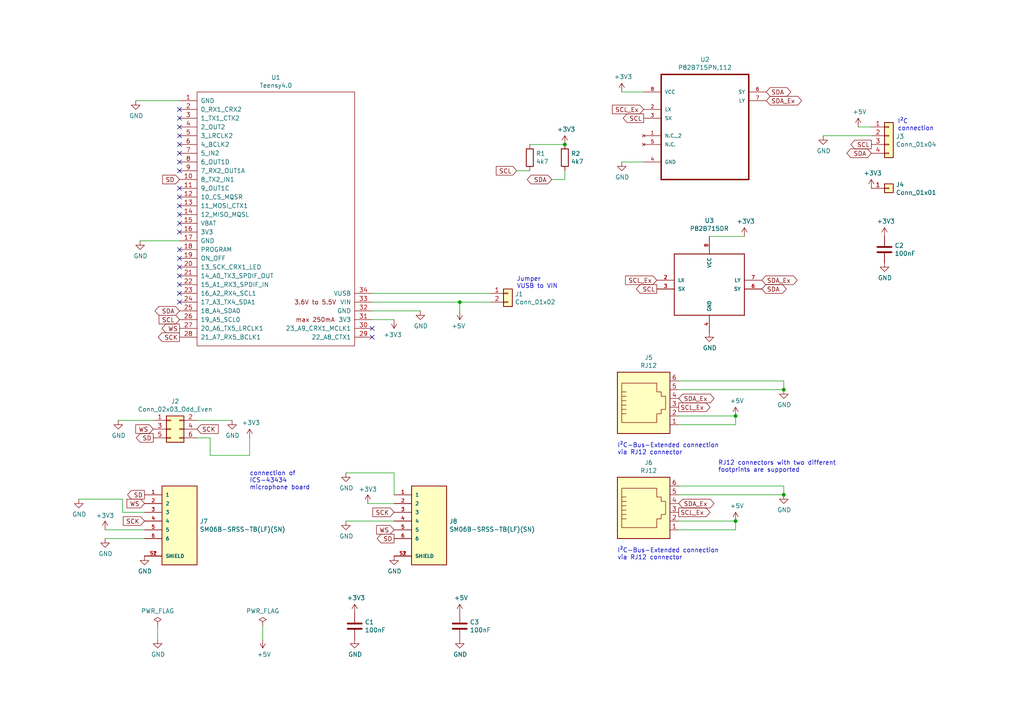
<source format=kicad_sch>
(kicad_sch (version 20230121) (generator eeschema)
  (paper "A4")
  (title_block (title "DNMS-T4.0") (date "2021-12-15") (rev "V1.7"))
  (lib_symbols
    (symbol "DNMS-rescue:+3V3-power-DNMS-rescue-DNMS-rescue-DNMS-rescue" (power) (pin_names (offset 0))
      (property "Value" "+3V3-power-DNMS-rescue-DNMS-rescue-DNMS-rescue" (at 0 3.556 0))
      (symbol "+3V3-power-DNMS-rescue-DNMS-rescue-DNMS-rescue_0_1"
        (polyline (pts (xy -0.762 1.27) (xy 0 2.54)))
        (polyline (pts (xy 0 0) (xy 0 2.54)))
        (polyline (pts (xy 0 2.54) (xy 0.762 1.27)))
      )
      (symbol "+3V3-power-DNMS-rescue-DNMS-rescue-DNMS-rescue_1_1"
        (pin power_in line (at 0 0 90) (length 0) hide (name "+3V3") (number "1"))
      )
    )
    (symbol "DNMS-rescue:+5V-power-DNMS-rescue-DNMS-rescue-DNMS-rescue" (power) (pin_names (offset 0))
      (property "Value" "+5V-power-DNMS-rescue-DNMS-rescue-DNMS-rescue" (at 0 3.556 0))
      (symbol "+5V-power-DNMS-rescue-DNMS-rescue-DNMS-rescue_0_1"
        (polyline (pts (xy -0.762 1.27) (xy 0 2.54)))
        (polyline (pts (xy 0 0) (xy 0 2.54)))
        (polyline (pts (xy 0 2.54) (xy 0.762 1.27)))
      )
      (symbol "+5V-power-DNMS-rescue-DNMS-rescue-DNMS-rescue_1_1"
        (pin power_in line (at 0 0 90) (length 0) hide (name "+5V") (number "1"))
      )
    )
    (symbol "DNMS-rescue:C-Device-DNMS-rescue-DNMS-rescue-DNMS-rescue" (pin_numbers hide) (pin_names (offset 0.254))
      (property "Reference" "C" (at 0.635 2.54 0))
      (property "Value" "C-Device-DNMS-rescue-DNMS-rescue-DNMS-rescue" (at 0.635 -2.54 0))
      (symbol "C-Device-DNMS-rescue-DNMS-rescue-DNMS-rescue_0_1"
        (polyline (pts (xy -2.032 -0.762) (xy 2.032 -0.762)) (stroke (width 0.508)))
        (polyline (pts (xy -2.032 0.762) (xy 2.032 0.762)) (stroke (width 0.508)))
      )
      (symbol "C-Device-DNMS-rescue-DNMS-rescue-DNMS-rescue_1_1"
        (pin passive line (at 0 3.81 270) (length 2.794) (name "~") (number "1"))
        (pin passive line (at 0 -3.81 90) (length 2.794) (name "~") (number "2"))
      )
    )
    (symbol "DNMS-rescue:Conn_01x01-Connector_Generic-DNMS-rescue-DNMS-rescue-DNMS-rescue" (pin_names (offset 1.016) hide)
      (property "Reference" "J" (at 0 2.54 0))
      (property "Value" "Conn_01x01-Connector_Generic-DNMS-rescue-DNMS-rescue-DNMS-rescue" (at 0 -2.54 0))
      (symbol "Conn_01x01-Connector_Generic-DNMS-rescue-DNMS-rescue-DNMS-rescue_1_1"
        (rectangle (start -1.27 0.127) (end 0 -0.127) (stroke (width 0.1524)))
        (rectangle (start -1.27 1.27) (end 1.27 -1.27) (stroke (width 0.254)) (fill (type background)))
        (pin passive line (at -5.08 0 0) (length 3.81) (name "Pin_1") (number "1"))
      )
    )
    (symbol "DNMS-rescue:Conn_01x02-Connector_Generic-DNMS-rescue-DNMS-rescue-DNMS-rescue" (pin_names (offset 1.016) hide)
      (property "Reference" "J" (at 0 2.54 0))
      (property "Value" "Conn_01x02-Connector_Generic-DNMS-rescue-DNMS-rescue-DNMS-rescue" (at 0 -5.08 0))
      (symbol "Conn_01x02-Connector_Generic-DNMS-rescue-DNMS-rescue-DNMS-rescue_1_1"
        (rectangle (start -1.27 -2.413) (end 0 -2.667) (stroke (width 0.1524)))
        (rectangle (start -1.27 0.127) (end 0 -0.127) (stroke (width 0.1524)))
        (rectangle (start -1.27 1.27) (end 1.27 -3.81) (stroke (width 0.254)) (fill (type background)))
        (pin passive line (at -5.08 0 0) (length 3.81) (name "Pin_1") (number "1"))
        (pin passive line (at -5.08 -2.54 0) (length 3.81) (name "Pin_2") (number "2"))
      )
    )
    (symbol "DNMS-rescue:Conn_01x04-Connector_Generic-DNMS-rescue-DNMS-rescue-DNMS-rescue" (pin_names (offset 1.016) hide)
      (property "Reference" "J" (at 0 5.08 0))
      (property "Value" "Conn_01x04-Connector_Generic-DNMS-rescue-DNMS-rescue-DNMS-rescue" (at 0 -7.62 0))
      (symbol "Conn_01x04-Connector_Generic-DNMS-rescue-DNMS-rescue-DNMS-rescue_1_1"
        (rectangle (start -1.27 -4.953) (end 0 -5.207) (stroke (width 0.1524)))
        (rectangle (start -1.27 -2.413) (end 0 -2.667) (stroke (width 0.1524)))
        (rectangle (start -1.27 0.127) (end 0 -0.127) (stroke (width 0.1524)))
        (rectangle (start -1.27 2.667) (end 0 2.413) (stroke (width 0.1524)))
        (rectangle (start -1.27 3.81) (end 1.27 -6.35) (stroke (width 0.254)) (fill (type background)))
        (pin passive line (at -5.08 2.54 0) (length 3.81) (name "Pin_1") (number "1"))
        (pin passive line (at -5.08 0 0) (length 3.81) (name "Pin_2") (number "2"))
        (pin passive line (at -5.08 -2.54 0) (length 3.81) (name "Pin_3") (number "3"))
        (pin passive line (at -5.08 -5.08 0) (length 3.81) (name "Pin_4") (number "4"))
      )
    )
    (symbol "DNMS-rescue:Conn_02x03_Odd_Even-Connector_Generic-DNMS-rescue-DNMS-rescue-DNMS-rescue" (pin_names (offset 1.016) hide)
      (property "Reference" "J" (at 1.27 5.08 0))
      (property "Value" "Conn_02x03_Odd_Even-Connector_Generic-DNMS-rescue-DNMS-rescue-DNMS-rescue" (at 1.27 -5.08 0))
      (symbol "Conn_02x03_Odd_Even-Connector_Generic-DNMS-rescue-DNMS-rescue-DNMS-rescue_1_1"
        (rectangle (start -1.27 -2.413) (end 0 -2.667) (stroke (width 0.1524)))
        (rectangle (start -1.27 0.127) (end 0 -0.127) (stroke (width 0.1524)))
        (rectangle (start -1.27 2.667) (end 0 2.413) (stroke (width 0.1524)))
        (rectangle (start -1.27 3.81) (end 3.81 -3.81) (stroke (width 0.254)) (fill (type background)))
        (rectangle (start 3.81 -2.413) (end 2.54 -2.667) (stroke (width 0.1524)))
        (rectangle (start 3.81 0.127) (end 2.54 -0.127) (stroke (width 0.1524)))
        (rectangle (start 3.81 2.667) (end 2.54 2.413) (stroke (width 0.1524)))
        (pin passive line (at -5.08 2.54 0) (length 3.81) (name "Pin_1") (number "1"))
        (pin passive line (at 7.62 2.54 180) (length 3.81) (name "Pin_2") (number "2"))
        (pin passive line (at -5.08 0 0) (length 3.81) (name "Pin_3") (number "3"))
        (pin passive line (at 7.62 0 180) (length 3.81) (name "Pin_4") (number "4"))
        (pin passive line (at -5.08 -2.54 0) (length 3.81) (name "Pin_5") (number "5"))
        (pin passive line (at 7.62 -2.54 180) (length 3.81) (name "Pin_6") (number "6"))
      )
    )
    (symbol "DNMS-rescue:GND-power-DNMS-rescue-DNMS-rescue-DNMS-rescue" (power) (pin_names (offset 0))
      (property "Value" "GND-power-DNMS-rescue-DNMS-rescue-DNMS-rescue" (at 0 -3.81 0))
      (symbol "GND-power-DNMS-rescue-DNMS-rescue-DNMS-rescue_0_1"
        (polyline (pts (xy 0 0) (xy 0 -1.27) (xy 1.27 -1.27) (xy 0 -2.54) (xy -1.27 -1.27) (xy 0 -1.27)))
      )
      (symbol "GND-power-DNMS-rescue-DNMS-rescue-DNMS-rescue_1_1"
        (pin power_in line (at 0 0 270) (length 0) hide (name "GND") (number "1"))
      )
    )
    (symbol "DNMS-rescue:PWR_FLAG-power-DNMS-rescue-DNMS-rescue-DNMS-rescue" (power) (pin_numbers hide) (pin_names (offset 0) hide)
      (property "Value" "PWR_FLAG-power-DNMS-rescue-DNMS-rescue-DNMS-rescue" (at 0 3.81 0))
      (symbol "PWR_FLAG-power-DNMS-rescue-DNMS-rescue-DNMS-rescue_0_0"
        (pin power_out line (at 0 0 90) (length 0) (name "pwr") (number "1"))
      )
      (symbol "PWR_FLAG-power-DNMS-rescue-DNMS-rescue-DNMS-rescue_0_1"
        (polyline (pts (xy 0 0) (xy 0 1.27) (xy -1.016 1.905) (xy 0 2.54) (xy 1.016 1.905) (xy 0 1.27)))
      )
    )
    (symbol "DNMS-rescue:R-Device-DNMS-rescue-DNMS-rescue-DNMS-rescue" (pin_numbers hide) (pin_names (offset 0))
      (property "Reference" "R" (at 2.032 0 90))
      (property "Value" "R-Device-DNMS-rescue-DNMS-rescue-DNMS-rescue" (at 0 0 90))
      (symbol "R-Device-DNMS-rescue-DNMS-rescue-DNMS-rescue_0_1"
        (rectangle (start -1.016 -2.54) (end 1.016 2.54) (stroke (width 0.254)))
      )
      (symbol "R-Device-DNMS-rescue-DNMS-rescue-DNMS-rescue_1_1"
        (pin passive line (at 0 3.81 270) (length 1.27) (name "~") (number "1"))
        (pin passive line (at 0 -3.81 90) (length 1.27) (name "~") (number "2"))
      )
    )
    (symbol "DNMS-rescue:RJ12-Connector-DNMS-rescue-DNMS-rescue-DNMS-rescue" (pin_names (offset 1.016))
      (property "Reference" "J" (at -5.08 11.43 0))
      (property "Value" "RJ12-Connector-DNMS-rescue-DNMS-rescue-DNMS-rescue" (at 2.54 11.43 0))
      (symbol "RJ12-Connector-DNMS-rescue-DNMS-rescue-DNMS-rescue_0_1"
        (polyline (pts (xy -6.35 -1.905) (xy -5.08 -1.905) (xy -5.08 -1.905)))
        (polyline (pts (xy -6.35 -0.635) (xy -5.08 -0.635) (xy -5.08 -0.635)))
        (polyline (pts (xy -6.35 0.635) (xy -5.08 0.635) (xy -5.08 0.635)))
        (polyline (pts (xy -6.35 1.905) (xy -5.08 1.905) (xy -5.08 1.905)))
        (polyline (pts (xy -6.35 3.175) (xy -5.08 3.175) (xy -5.08 3.175)))
        (polyline (pts (xy -5.08 4.445) (xy -6.35 4.445) (xy -6.35 4.445)))
        (polyline (pts (xy -6.35 -4.445) (xy -6.35 6.985) (xy 3.81 6.985) (xy 3.81 4.445) (xy 5.08 4.445) (xy 5.08 3.175) (xy 6.35 3.175) (xy 6.35 -0.635) (xy 5.08 -0.635) (xy 5.08 -1.905) (xy 3.81 -1.905) (xy 3.81 -4.445) (xy -6.35 -4.445) (xy -6.35 -4.445)))
        (rectangle (start 7.62 10.16) (end -7.62 -7.62) (stroke (width 0.254)) (fill (type background)))
      )
      (symbol "RJ12-Connector-DNMS-rescue-DNMS-rescue-DNMS-rescue_1_1"
        (pin passive line (at 10.16 -5.08 180) (length 2.54) (name "~") (number "1"))
        (pin passive line (at 10.16 -2.54 180) (length 2.54) (name "~") (number "2"))
        (pin passive line (at 10.16 0 180) (length 2.54) (name "~") (number "3"))
        (pin passive line (at 10.16 2.54 180) (length 2.54) (name "~") (number "4"))
        (pin passive line (at 10.16 5.08 180) (length 2.54) (name "~") (number "5"))
        (pin passive line (at 10.16 7.62 180) (length 2.54) (name "~") (number "6"))
      )
    )
    (symbol "P82B715DR:P82B715DR" (pin_names (offset 1.016))
      (property "Reference" "U" (at -10.1854 12.7254 0))
      (property "Value" "P82B715DR" (at -10.1854 -10.1854 0))
      (symbol "P82B715DR_0_0"
        (polyline (pts (xy -10.16 -7.62) (xy 10.16 -7.62)) (stroke (width 0.254)))
        (polyline (pts (xy -10.16 10.16) (xy -10.16 -7.62)) (stroke (width 0.254)))
        (polyline (pts (xy 10.16 -7.62) (xy 10.16 10.16)) (stroke (width 0.254)))
        (polyline (pts (xy 10.16 10.16) (xy -10.16 10.16)) (stroke (width 0.254)))
        (pin passive line (at -15.24 2.54 0) (length 5.08) (name "LX") (number "2"))
        (pin passive line (at -15.24 0 0) (length 5.08) (name "SX") (number "3"))
        (pin power_in line (at 0 -12.7 90) (length 5.08) (name "GND") (number "4"))
        (pin passive line (at 15.24 0 180) (length 5.08) (name "SY") (number "6"))
        (pin passive line (at 15.24 2.54 180) (length 5.08) (name "LY") (number "7"))
        (pin power_in line (at 0 15.24 270) (length 5.08) (name "VCC") (number "8"))
      )
    )
    (symbol "P82B715PN_112:P82B715PN,112" (pin_names (offset 1.016))
      (property "Reference" "U" (at -4.9784 15.3924 0))
      (property "Value" "P82B715PN,112" (at -4.5466 -22.2504 0))
      (symbol "P82B715PN,112_0_0"
        (polyline (pts (xy -12.7 -17.78) (xy 12.7 -17.78)) (stroke (width 0.4064)))
        (polyline (pts (xy -12.7 12.7) (xy -12.7 -17.78)) (stroke (width 0.4064)))
        (polyline (pts (xy 12.7 -17.78) (xy 12.7 12.7)) (stroke (width 0.4064)))
        (polyline (pts (xy 12.7 12.7) (xy -12.7 12.7)) (stroke (width 0.4064)))
        (pin no_connect line (at -17.78 -5.08 0) (length 5.08) (name "N.C._2") (number "1"))
        (pin bidirectional line (at -17.78 2.54 0) (length 5.08) (name "LX") (number "2"))
        (pin bidirectional line (at -17.78 0 0) (length 5.08) (name "SX") (number "3"))
        (pin passive line (at -17.78 -12.7 0) (length 5.08) (name "GND") (number "4"))
        (pin no_connect line (at -17.78 -7.62 0) (length 5.08) (name "N.C.") (number "5"))
        (pin bidirectional line (at 17.78 7.62 180) (length 5.08) (name "SY") (number "6"))
        (pin bidirectional line (at 17.78 5.08 180) (length 5.08) (name "LY") (number "7"))
        (pin power_in line (at -17.78 7.62 0) (length 5.08) (name "VCC") (number "8"))
      )
    )
    (symbol "SM06B-SRSS-TB_LF__SN_:SM06B-SRSS-TB(LF)(SN)" (pin_names (offset 1.016))
      (property "Reference" "J" (at -5.08 13.335 0))
      (property "Value" "SM06B-SRSS-TB(LF)(SN)" (at -5.08 -12.7 0))
      (symbol "SM06B-SRSS-TB(LF)(SN)_0_0"
        (rectangle (start -5.08 -10.16) (end 5.08 12.7) (stroke (width 0.254)) (fill (type background)))
        (pin passive line (at -10.16 10.16 0) (length 5.08) (name "1") (number "1"))
        (pin passive line (at -10.16 7.62 0) (length 5.08) (name "2") (number "2"))
        (pin passive line (at -10.16 5.08 0) (length 5.08) (name "3") (number "3"))
        (pin passive line (at -10.16 2.54 0) (length 5.08) (name "4") (number "4"))
        (pin passive line (at -10.16 0 0) (length 5.08) (name "5") (number "5"))
        (pin passive line (at -10.16 -2.54 0) (length 5.08) (name "6") (number "6"))
        (pin passive line (at -10.16 -7.62 0) (length 5.08) (name "SHIELD") (number "S1"))
        (pin passive line (at -10.16 -7.62 0) (length 5.08) (name "SHIELD") (number "S2"))
      )
    )
    (symbol "power:+3V3" (power) (pin_names (offset 0))
      (property "Value" "+3V3" (at 0 3.556 0))
      (symbol "+3V3_0_1"
        (polyline (pts (xy -0.762 1.27) (xy 0 2.54)))
        (polyline (pts (xy 0 0) (xy 0 2.54)))
        (polyline (pts (xy 0 2.54) (xy 0.762 1.27)))
      )
      (symbol "+3V3_1_1"
        (pin power_in line (at 0 0 90) (length 0) hide (name "+3V3") (number "1"))
      )
    )
    (symbol "power:GND" (power) (pin_names (offset 0))
      (property "Value" "GND" (at 0 -3.81 0))
      (symbol "GND_0_1"
        (polyline (pts (xy 0 0) (xy 0 -1.27) (xy 1.27 -1.27) (xy 0 -2.54) (xy -1.27 -1.27) (xy 0 -1.27)))
      )
      (symbol "GND_1_1"
        (pin power_in line (at 0 0 270) (length 0) hide (name "GND") (number "1"))
      )
    )
    (symbol "teensy:Teensy4.0" (pin_names (offset 1.016))
      (property "Reference" "U" (at 0 39.37 0))
      (property "Value" "Teensy4.0" (at 0 -39.37 0))
      (symbol "Teensy4.0_0_0"
        (text "3.6V to 5.5V" (at 11.43 -24.13 0) (effects (font (size 1.27 1.27))))
        (text "max 250mA" (at 11.43 -29.21 0) (effects (font (size 1.27 1.27))))
        (pin bidirectional line (at -27.94 11.43 0) (length 5.08) (name "8_TX2_IN1") (number "10"))
        (pin bidirectional line (at -27.94 8.89 0) (length 5.08) (name "9_OUT1C") (number "11"))
        (pin bidirectional line (at -27.94 6.35 0) (length 5.08) (name "10_CS_MQSR") (number "12"))
        (pin bidirectional line (at -27.94 3.81 0) (length 5.08) (name "11_MOSI_CTX1") (number "13"))
        (pin bidirectional line (at -27.94 1.27 0) (length 5.08) (name "12_MISO_MQSL") (number "14"))
        (pin power_in line (at -27.94 -1.27 0) (length 5.08) (name "VBAT") (number "15"))
        (pin power_out line (at -27.94 -3.81 0) (length 5.08) (name "3V3") (number "16"))
        (pin power_in line (at -27.94 -6.35 0) (length 5.08) (name "GND") (number "17"))
        (pin input line (at -27.94 -8.89 0) (length 5.08) (name "PROGRAM") (number "18"))
        (pin input line (at -27.94 -11.43 0) (length 5.08) (name "ON_OFF") (number "19"))
        (pin bidirectional line (at -27.94 -13.97 0) (length 5.08) (name "13_SCK_CRX1_LED") (number "20"))
        (pin bidirectional line (at -27.94 -16.51 0) (length 5.08) (name "14_A0_TX3_SPDIF_OUT") (number "21"))
        (pin bidirectional line (at -27.94 -19.05 0) (length 5.08) (name "15_A1_RX3_SPDIF_IN") (number "22"))
        (pin bidirectional line (at -27.94 -21.59 0) (length 5.08) (name "16_A2_RX4_SCL1") (number "23"))
        (pin bidirectional line (at -27.94 -24.13 0) (length 5.08) (name "17_A3_TX4_SDA1") (number "24"))
        (pin bidirectional line (at -27.94 -26.67 0) (length 5.08) (name "18_A4_SDA0") (number "25"))
        (pin bidirectional line (at -27.94 -29.21 0) (length 5.08) (name "19_A5_SCL0") (number "26"))
        (pin bidirectional line (at -27.94 -31.75 0) (length 5.08) (name "20_A6_TX5_LRCLK1") (number "27"))
        (pin bidirectional line (at -27.94 -34.29 0) (length 5.08) (name "21_A7_RX5_BCLK1") (number "28"))
        (pin bidirectional line (at 27.94 -34.29 180) (length 5.08) (name "22_A8_CTX1") (number "29"))
        (pin bidirectional line (at 27.94 -31.75 180) (length 5.08) (name "23_A9_CRX1_MCLK1") (number "30"))
        (pin power_out line (at 27.94 -29.21 180) (length 5.08) (name "3V3") (number "31"))
        (pin power_in line (at 27.94 -26.67 180) (length 5.08) (name "GND") (number "32"))
        (pin power_in line (at 27.94 -24.13 180) (length 5.08) (name "VIN") (number "33"))
        (pin power_out line (at 27.94 -21.59 180) (length 5.08) (name "VUSB") (number "34"))
        (pin bidirectional line (at -27.94 24.13 0) (length 5.08) (name "3_LRCLK2") (number "5"))
        (pin bidirectional line (at -27.94 21.59 0) (length 5.08) (name "4_BCLK2") (number "6"))
        (pin bidirectional line (at -27.94 19.05 0) (length 5.08) (name "5_IN2") (number "7"))
        (pin bidirectional line (at -27.94 16.51 0) (length 5.08) (name "6_OUT1D") (number "8"))
        (pin bidirectional line (at -27.94 13.97 0) (length 5.08) (name "7_RX2_OUT1A") (number "9"))
      )
      (symbol "Teensy4.0_0_1"
        (rectangle (start -22.86 36.83) (end 22.86 -36.83))
        (rectangle (start -20.32 -31.75) (end -20.32 -31.75))
      )
      (symbol "Teensy4.0_1_1"
        (pin power_in line (at -27.94 34.29 0) (length 5.08) (name "GND") (number "1"))
        (pin bidirectional line (at -27.94 31.75 0) (length 5.08) (name "0_RX1_CRX2") (number "2"))
        (pin bidirectional line (at -27.94 29.21 0) (length 5.08) (name "1_TX1_CTX2") (number "3"))
        (pin bidirectional line (at -27.94 26.67 0) (length 5.08) (name "2_OUT2") (number "4"))
      )
    )
  )
  (junction (at 227.33 113.03))
  (junction (at 133.35 87.63))
  (junction (at 163.83 41.91))
  (junction (at 213.36 151.13))
  (junction (at 227.33 143.51))
  (junction (at 213.36 120.65))
  (no_connect (at 52.07 80.01))
  (no_connect (at 52.07 49.53))
  (no_connect (at 52.07 31.75))
  (no_connect (at 52.07 72.39))
  (no_connect (at 52.07 57.15))
  (no_connect (at 52.07 67.31))
  (no_connect (at 52.07 77.47))
  (no_connect (at 52.07 54.61))
  (no_connect (at 52.07 64.77))
  (no_connect (at 52.07 87.63))
  (no_connect (at 52.07 85.09))
  (no_connect (at 52.07 59.69))
  (no_connect (at 52.07 39.37))
  (no_connect (at 52.07 74.93))
  (no_connect (at 52.07 82.55))
  (no_connect (at 107.95 97.79))
  (no_connect (at 52.07 46.99))
  (no_connect (at 107.95 95.25))
  (no_connect (at 52.07 62.23))
  (no_connect (at 52.07 44.45))
  (no_connect (at 52.07 34.29))
  (no_connect (at 52.07 36.83))
  (no_connect (at 52.07 41.91))
  (wire (pts (xy 163.83 52.07) (xy 163.83 49.53)))
  (wire (pts (xy 107.95 92.71) (xy 114.3 92.71)))
  (wire (pts (xy 45.72 181.61) (xy 45.72 185.42)))
  (wire (pts (xy 227.33 140.97) (xy 227.33 143.51)))
  (wire (pts (xy 133.35 87.63) (xy 133.35 90.17)))
  (wire (pts (xy 133.35 87.63) (xy 142.24 87.63)))
  (wire (pts (xy 248.92 36.83) (xy 252.73 36.83)))
  (wire (pts (xy 57.15 121.92) (xy 67.31 121.92)))
  (wire (pts (xy 72.39 132.08) (xy 72.39 127)))
  (wire (pts (xy 180.34 26.67) (xy 186.69 26.67)))
  (wire (pts (xy 60.96 132.08) (xy 72.39 132.08)))
  (wire (pts (xy 76.2 181.61) (xy 76.2 185.42)))
  (wire (pts (xy 114.3 137.16) (xy 114.3 143.51)))
  (wire (pts (xy 107.95 90.17) (xy 121.92 90.17)))
  (wire (pts (xy 196.85 143.51) (xy 227.33 143.51)))
  (wire (pts (xy 100.33 151.13) (xy 114.3 151.13)))
  (wire (pts (xy 196.85 153.67) (xy 213.36 153.67)))
  (wire (pts (xy 180.34 46.99) (xy 186.69 46.99)))
  (wire (pts (xy 52.07 69.85) (xy 40.64 69.85)))
  (wire (pts (xy 41.91 148.59) (xy 35.56 148.59)))
  (wire (pts (xy 60.96 127) (xy 60.96 132.08)))
  (wire (pts (xy 227.33 110.49) (xy 227.33 113.03)))
  (wire (pts (xy 213.36 120.65) (xy 196.85 120.65)))
  (wire (pts (xy 163.83 41.91) (xy 153.67 41.91)))
  (wire (pts (xy 160.02 52.07) (xy 163.83 52.07)))
  (wire (pts (xy 57.15 127) (xy 60.96 127)))
  (wire (pts (xy 35.56 144.78) (xy 22.86 144.78)))
  (wire (pts (xy 34.29 121.92) (xy 44.45 121.92)))
  (wire (pts (xy 213.36 151.13) (xy 196.85 151.13)))
  (wire (pts (xy 153.67 49.53) (xy 149.86 49.53)))
  (wire (pts (xy 213.36 153.67) (xy 213.36 151.13)))
  (wire (pts (xy 196.85 110.49) (xy 227.33 110.49)))
  (wire (pts (xy 238.76 39.37) (xy 252.73 39.37)))
  (wire (pts (xy 39.37 29.21) (xy 52.07 29.21)))
  (wire (pts (xy 106.68 146.05) (xy 114.3 146.05)))
  (wire (pts (xy 100.33 137.16) (xy 114.3 137.16)))
  (wire (pts (xy 196.85 123.19) (xy 213.36 123.19)))
  (wire (pts (xy 35.56 148.59) (xy 35.56 144.78)))
  (wire (pts (xy 107.95 85.09) (xy 142.24 85.09)))
  (wire (pts (xy 107.95 87.63) (xy 133.35 87.63)))
  (wire (pts (xy 196.85 140.97) (xy 227.33 140.97)))
  (wire (pts (xy 41.91 156.21) (xy 30.48 156.21)))
  (wire (pts (xy 213.36 123.19) (xy 213.36 120.65)))
  (wire (pts (xy 205.74 68.58) (xy 215.9 68.58)))
  (wire (pts (xy 41.91 153.67) (xy 30.48 153.67)))
  (wire (pts (xy 196.85 113.03) (xy 227.33 113.03)))
  (text "I²C-Bus-Extended connection\nvia RJ12 connector" (at 179.07 162.56 0) (effects (font (size 1.27 1.27)) (justify left bottom)))
  (text "RJ12 connectors with two different\nfootprints are supported" (at 208.28 137.16 0) (effects (font (size 1.27 1.27)) (justify left bottom)))
  (text "Jumper\nVUSB to VIN" (at 149.86 83.82 0) (effects (font (size 1.27 1.27)) (justify left bottom)))
  (text "connection of\nICS-43434\nmicrophone board" (at 72.39 142.24 0) (effects (font (size 1.27 1.27)) (justify left bottom)))
  (text "I²C\nconnection" (at 260.35 38.1 0) (effects (font (size 1.27 1.27)) (justify left bottom)))
  (text "I²C-Bus-Extended connection\nvia RJ12 connector" (at 179.07 132.08 0) (effects (font (size 1.27 1.27)) (justify left bottom)))
  (global_label "SCK" (shape input) (at 114.3 148.59 180) (property "Intersheetrefs" "${INTERSHEET_REFS}" (effects hide)) (property "Referenzen zwischen Schaltplänen" "${INTERSHEET_REFS}" (effects hide)))
  (global_label "SDA" (shape bidirectional) (at 252.73 44.45 180) (property "Intersheetrefs" "${INTERSHEET_REFS}" (effects hide)) (property "Referenzen zwischen Schaltplänen" "${INTERSHEET_REFS}" (effects hide)))
  (global_label "WS" (shape input) (at 114.3 153.67 180) (property "Intersheetrefs" "${INTERSHEET_REFS}" (effects hide)) (property "Referenzen zwischen Schaltplänen" "${INTERSHEET_REFS}" (effects hide)))
  (global_label "SCL" (shape output) (at 186.69 34.29 180) (property "Intersheetrefs" "${INTERSHEET_REFS}" (effects hide)) (property "Referenzen zwischen Schaltplänen" "${INTERSHEET_REFS}" (effects hide)))
  (global_label "WS" (shape output) (at 52.07 95.25 180) (property "Intersheetrefs" "${INTERSHEET_REFS}" (effects hide)) (property "Referenzen zwischen Schaltplänen" "${INTERSHEET_REFS}" (effects hide)))
  (global_label "SDA" (shape bidirectional) (at 220.98 83.82 0) (property "Intersheetrefs" "${INTERSHEET_REFS}" (effects hide)) (property "Referenzen zwischen Schaltplänen" "${INTERSHEET_REFS}" (effects hide)))
  (global_label "SCL" (shape output) (at 252.73 41.91 180) (property "Intersheetrefs" "${INTERSHEET_REFS}" (effects hide)) (property "Referenzen zwischen Schaltplänen" "${INTERSHEET_REFS}" (effects hide)))
  (global_label "SD" (shape output) (at 44.45 127 180) (property "Intersheetrefs" "${INTERSHEET_REFS}" (effects hide)) (property "Referenzen zwischen Schaltplänen" "${INTERSHEET_REFS}" (effects hide)))
  (global_label "SCL_Ex" (shape input) (at 186.69 31.75 180) (property "Intersheetrefs" "${INTERSHEET_REFS}" (effects hide)) (property "Referenzen zwischen Schaltplänen" "${INTERSHEET_REFS}" (effects hide)))
  (global_label "SDA_Ex" (shape bidirectional) (at 220.98 81.28 0) (property "Intersheetrefs" "${INTERSHEET_REFS}" (effects hide)) (property "Referenzen zwischen Schaltplänen" "${INTERSHEET_REFS}" (effects hide)))
  (global_label "WS" (shape input) (at 44.45 124.46 180) (property "Intersheetrefs" "${INTERSHEET_REFS}" (effects hide)) (property "Referenzen zwischen Schaltplänen" "${INTERSHEET_REFS}" (effects hide)))
  (global_label "SDA" (shape bidirectional) (at 52.07 90.17 180) (property "Intersheetrefs" "${INTERSHEET_REFS}" (effects hide)) (property "Referenzen zwischen Schaltplänen" "${INTERSHEET_REFS}" (effects hide)))
  (global_label "SCK" (shape input) (at 57.15 124.46 0) (property "Intersheetrefs" "${INTERSHEET_REFS}" (effects hide)) (property "Referenzen zwischen Schaltplänen" "${INTERSHEET_REFS}" (effects hide)))
  (global_label "SDA" (shape bidirectional) (at 222.25 26.67 0) (property "Intersheetrefs" "${INTERSHEET_REFS}" (effects hide)) (property "Referenzen zwischen Schaltplänen" "${INTERSHEET_REFS}" (effects hide)))
  (global_label "SCL_Ex" (shape input) (at 190.5 81.28 180) (property "Intersheetrefs" "${INTERSHEET_REFS}" (effects hide)) (property "Referenzen zwischen Schaltplänen" "${INTERSHEET_REFS}" (effects hide)))
  (global_label "SCL_Ex" (shape output) (at 196.85 148.59 0) (property "Intersheetrefs" "${INTERSHEET_REFS}" (effects hide)) (property "Referenzen zwischen Schaltplänen" "${INTERSHEET_REFS}" (effects hide)))
  (global_label "SCL_Ex" (shape output) (at 196.85 118.11 0) (property "Intersheetrefs" "${INTERSHEET_REFS}" (effects hide)) (property "Referenzen zwischen Schaltplänen" "${INTERSHEET_REFS}" (effects hide)))
  (global_label "WS" (shape input) (at 41.91 146.05 180) (property "Intersheetrefs" "${INTERSHEET_REFS}" (effects hide)) (property "Referenzen zwischen Schaltplänen" "${INTERSHEET_REFS}" (effects hide)))
  (global_label "SD" (shape output) (at 114.3 156.21 180) (property "Intersheetrefs" "${INTERSHEET_REFS}" (effects hide)) (property "Referenzen zwischen Schaltplänen" "${INTERSHEET_REFS}" (effects hide)))
  (global_label "SDA_Ex" (shape bidirectional) (at 222.25 29.21 0) (property "Intersheetrefs" "${INTERSHEET_REFS}" (effects hide)) (property "Referenzen zwischen Schaltplänen" "${INTERSHEET_REFS}" (effects hide)))
  (global_label "SD" (shape output) (at 41.91 143.51 180) (property "Intersheetrefs" "${INTERSHEET_REFS}" (effects hide)) (property "Referenzen zwischen Schaltplänen" "${INTERSHEET_REFS}" (effects hide)))
  (global_label "SCL" (shape output) (at 190.5 83.82 180) (property "Intersheetrefs" "${INTERSHEET_REFS}" (effects hide)) (property "Referenzen zwischen Schaltplänen" "${INTERSHEET_REFS}" (effects hide)))
  (global_label "SDA" (shape bidirectional) (at 160.02 52.07 180) (property "Intersheetrefs" "${INTERSHEET_REFS}" (effects hide)) (property "Referenzen zwischen Schaltplänen" "${INTERSHEET_REFS}" (effects hide)))
  (global_label "SCL" (shape input) (at 149.86 49.53 180) (property "Intersheetrefs" "${INTERSHEET_REFS}" (effects hide)) (property "Referenzen zwischen Schaltplänen" "${INTERSHEET_REFS}" (effects hide)))
  (global_label "SCL" (shape input) (at 52.07 92.71 180) (property "Intersheetrefs" "${INTERSHEET_REFS}" (effects hide)) (property "Referenzen zwischen Schaltplänen" "${INTERSHEET_REFS}" (effects hide)))
  (global_label "SDA_Ex" (shape bidirectional) (at 196.85 146.05 0) (property "Intersheetrefs" "${INTERSHEET_REFS}" (effects hide)) (property "Referenzen zwischen Schaltplänen" "${INTERSHEET_REFS}" (effects hide)))
  (global_label "SD" (shape input) (at 52.07 52.07 180) (property "Intersheetrefs" "${INTERSHEET_REFS}" (effects hide)) (property "Referenzen zwischen Schaltplänen" "${INTERSHEET_REFS}" (effects hide)))
  (global_label "SCK" (shape output) (at 52.07 97.79 180) (property "Intersheetrefs" "${INTERSHEET_REFS}" (effects hide)) (property "Referenzen zwischen Schaltplänen" "${INTERSHEET_REFS}" (effects hide)))
  (global_label "SCK" (shape input) (at 41.91 151.13 180) (property "Intersheetrefs" "${INTERSHEET_REFS}" (effects hide)) (property "Referenzen zwischen Schaltplänen" "${INTERSHEET_REFS}" (effects hide)))
  (global_label "SDA_Ex" (shape bidirectional) (at 196.85 115.57 0) (property "Intersheetrefs" "${INTERSHEET_REFS}" (effects hide)) (property "Referenzen zwischen Schaltplänen" "${INTERSHEET_REFS}" (effects hide)))
  (symbol (lib_id "DNMS-rescue:Conn_01x02-Connector_Generic-DNMS-rescue-DNMS-rescue-DNMS-rescue") (at 147.32 85.09 0) (unit 1)
    (property "Reference" "J1" (at 149.352 85.2932 0) (effects (justify left)))
    (property "Value" "Conn_01x02" (at 149.352 87.6046 0) (effects (justify left)))
    (property "Footprint" "Connector_PinHeader_2.54mm:PinHeader_1x02_P2.54mm_Vertical" (effects hide))
  )
  (symbol (lib_id "P82B715PN_112:P82B715PN,112") (at 204.47 34.29 0) (unit 1)
    (property "Reference" "U2" (at 204.47 17.272 0))
    (property "Value" "P82B715PN,112" (at 204.47 19.5834 0))
    (property "Footprint" "P82B715:DIP254P762X420-8" (effects hide))
    (property "Feld4" "None" (effects hide))
    (property "Feld5" "NXP USA" (effects hide))
    (property "Feld6" "Unavailable" (effects hide))
    (property "Feld7" "DIP-8 NXP Semiconductors" (effects hide))
    (property "Feld8" "I2C Bus Extender 8-Pin PDIP Tube" (effects hide))
  )
  (symbol (lib_id "DNMS-rescue:Conn_01x04-Connector_Generic-DNMS-rescue-DNMS-rescue-DNMS-rescue") (at 257.81 39.37 0) (unit 1)
    (property "Reference" "J3" (at 259.842 39.5732 0) (effects (justify left)))
    (property "Value" "Conn_01x04" (at 259.842 41.8846 0) (effects (justify left)))
    (property "Footprint" "Connector_PinHeader_2.54mm:PinHeader_1x04_P2.54mm_Vertical" (effects hide))
  )
  (symbol (lib_id "DNMS-rescue:GND-power-DNMS-rescue-DNMS-rescue-DNMS-rescue") (at 238.76 39.37 0) (unit 1)
    (property "Reference" "#PWR0105" (effects hide))
    (property "Value" "GND" (at 238.887 43.7642 0))
  )
  (symbol (lib_id "DNMS-rescue:+5V-power-DNMS-rescue-DNMS-rescue-DNMS-rescue") (at 248.92 36.83 0) (unit 1)
    (property "Reference" "#PWR0107" (effects hide))
    (property "Value" "+5V" (at 249.301 32.4358 0))
  )
  (symbol (lib_id "DNMS-rescue:GND-power-DNMS-rescue-DNMS-rescue-DNMS-rescue") (at 180.34 46.99 0) (unit 1)
    (property "Reference" "#PWR0109" (effects hide))
    (property "Value" "GND" (at 180.467 51.3842 0))
  )
  (symbol (lib_id "DNMS-rescue:C-Device-DNMS-rescue-DNMS-rescue-DNMS-rescue") (at 256.54 72.39 0) (unit 1)
    (property "Reference" "C2" (at 259.461 71.2216 0) (effects (justify left)))
    (property "Value" "100nF" (at 259.461 73.533 0) (effects (justify left)))
    (property "Footprint" "C_THT_100nF:C_THT_100nF_L9.0mm_W2.0mm_P5.00mm_P7.50mm" (effects hide))
  )
  (symbol (lib_id "DNMS-rescue:GND-power-DNMS-rescue-DNMS-rescue-DNMS-rescue") (at 256.54 76.2 0) (unit 1)
    (property "Reference" "#PWR0110" (effects hide))
    (property "Value" "GND" (at 256.667 80.5942 0))
  )
  (symbol (lib_id "DNMS-rescue:+3V3-power-DNMS-rescue-DNMS-rescue-DNMS-rescue") (at 180.34 26.67 0) (unit 1)
    (property "Reference" "#PWR0112" (effects hide))
    (property "Value" "+3V3" (at 180.721 22.2758 0))
  )
  (symbol (lib_id "DNMS-rescue:+3V3-power-DNMS-rescue-DNMS-rescue-DNMS-rescue") (at 256.54 68.58 0) (unit 1)
    (property "Reference" "#PWR0113" (effects hide))
    (property "Value" "+3V3" (at 256.921 64.1858 0))
  )
  (symbol (lib_id "DNMS-rescue:R-Device-DNMS-rescue-DNMS-rescue-DNMS-rescue") (at 153.67 45.72 0) (unit 1)
    (property "Reference" "R1" (at 155.448 44.5516 0) (effects (justify left)))
    (property "Value" "4k7" (at 155.448 46.863 0) (effects (justify left)))
    (property "Footprint" "Resistor_THT:R_Axial_DIN0207_L6.3mm_D2.5mm_P10.16mm_Horizontal" (effects hide))
  )
  (symbol (lib_id "DNMS-rescue:R-Device-DNMS-rescue-DNMS-rescue-DNMS-rescue") (at 163.83 45.72 0) (unit 1)
    (property "Reference" "R2" (at 165.608 44.5516 0) (effects (justify left)))
    (property "Value" "4k7" (at 165.608 46.863 0) (effects (justify left)))
    (property "Footprint" "Resistor_THT:R_Axial_DIN0207_L6.3mm_D2.5mm_P10.16mm_Horizontal" (effects hide))
  )
  (symbol (lib_id "DNMS-rescue:+3V3-power-DNMS-rescue-DNMS-rescue-DNMS-rescue") (at 163.83 41.91 0) (unit 1)
    (property "Reference" "#PWR0114" (effects hide))
    (property "Value" "+3V3" (at 164.211 37.5158 0))
  )
  (symbol (lib_id "DNMS-rescue:PWR_FLAG-power-DNMS-rescue-DNMS-rescue-DNMS-rescue") (at 45.72 181.61 0) (unit 1)
    (property "Reference" "#FLG0101" (effects hide))
    (property "Value" "PWR_FLAG" (at 45.72 177.2158 0))
  )
  (symbol (lib_id "DNMS-rescue:PWR_FLAG-power-DNMS-rescue-DNMS-rescue-DNMS-rescue") (at 76.2 181.61 0) (unit 1)
    (property "Reference" "#FLG0102" (effects hide))
    (property "Value" "PWR_FLAG" (at 76.2 177.2158 0))
  )
  (symbol (lib_id "DNMS-rescue:GND-power-DNMS-rescue-DNMS-rescue-DNMS-rescue") (at 45.72 185.42 0) (unit 1)
    (property "Reference" "#PWR0116" (effects hide))
    (property "Value" "GND" (at 45.847 189.8142 0))
  )
  (symbol (lib_id "DNMS-rescue:+5V-power-DNMS-rescue-DNMS-rescue-DNMS-rescue") (at 76.2 185.42 0) (mirror x) (unit 1)
    (property "Reference" "#PWR0117" (effects hide))
    (property "Value" "+5V" (at 76.581 189.8142 0))
  )
  (symbol (lib_id "DNMS-rescue:GND-power-DNMS-rescue-DNMS-rescue-DNMS-rescue") (at 39.37 29.21 0) (unit 1)
    (property "Reference" "#PWR0101" (effects hide))
    (property "Value" "GND" (at 39.497 33.6042 0))
  )
  (symbol (lib_id "DNMS-rescue:C-Device-DNMS-rescue-DNMS-rescue-DNMS-rescue") (at 133.35 181.61 0) (unit 1)
    (property "Reference" "C3" (at 136.271 180.4416 0) (effects (justify left)))
    (property "Value" "100nF" (at 136.271 182.753 0) (effects (justify left)))
    (property "Footprint" "C_THT_100nF:C_THT_100nF_L9.0mm_W2.0mm_P5.00mm_P7.50mm" (effects hide))
  )
  (symbol (lib_id "DNMS-rescue:GND-power-DNMS-rescue-DNMS-rescue-DNMS-rescue") (at 133.35 185.42 0) (unit 1)
    (property "Reference" "#PWR0104" (effects hide))
    (property "Value" "GND" (at 133.477 189.8142 0))
  )
  (symbol (lib_id "DNMS-rescue:+5V-power-DNMS-rescue-DNMS-rescue-DNMS-rescue") (at 133.35 177.8 0) (unit 1)
    (property "Reference" "#PWR0106" (effects hide))
    (property "Value" "+5V" (at 133.731 173.4058 0))
  )
  (symbol (lib_id "DNMS-rescue:+5V-power-DNMS-rescue-DNMS-rescue-DNMS-rescue") (at 133.35 90.17 180) (unit 1)
    (property "Reference" "#PWR0102" (effects hide))
    (property "Value" "+5V" (at 132.969 94.5642 0))
  )
  (symbol (lib_id "DNMS-rescue:GND-power-DNMS-rescue-DNMS-rescue-DNMS-rescue") (at 121.92 90.17 0) (unit 1)
    (property "Reference" "#PWR0103" (effects hide))
    (property "Value" "GND" (at 122.047 94.5642 0))
  )
  (symbol (lib_id "DNMS-rescue:+3V3-power-DNMS-rescue-DNMS-rescue-DNMS-rescue") (at 114.3 92.71 180) (unit 1)
    (property "Reference" "#PWR0115" (effects hide))
    (property "Value" "+3V3" (at 113.919 97.1042 0))
  )
  (symbol (lib_id "DNMS-rescue:C-Device-DNMS-rescue-DNMS-rescue-DNMS-rescue") (at 102.87 181.61 0) (unit 1)
    (property "Reference" "C1" (at 105.791 180.4416 0) (effects (justify left)))
    (property "Value" "100nF" (at 105.791 182.753 0) (effects (justify left)))
    (property "Footprint" "C_THT_100nF:C_THT_100nF_L9.0mm_W2.0mm_P5.00mm_P7.50mm" (effects hide))
  )
  (symbol (lib_id "DNMS-rescue:GND-power-DNMS-rescue-DNMS-rescue-DNMS-rescue") (at 102.87 185.42 0) (unit 1)
    (property "Reference" "#PWR0119" (effects hide))
    (property "Value" "GND" (at 102.997 189.8142 0))
  )
  (symbol (lib_id "DNMS-rescue:+3V3-power-DNMS-rescue-DNMS-rescue-DNMS-rescue") (at 102.87 177.8 0) (unit 1)
    (property "Reference" "#PWR0120" (effects hide))
    (property "Value" "+3V3" (at 103.251 173.4058 0))
  )
  (symbol (lib_id "DNMS-rescue:GND-power-DNMS-rescue-DNMS-rescue-DNMS-rescue") (at 67.31 121.92 0) (unit 1)
    (property "Reference" "#PWR0121" (effects hide))
    (property "Value" "GND" (at 67.437 126.3142 0))
  )
  (symbol (lib_id "DNMS-rescue:GND-power-DNMS-rescue-DNMS-rescue-DNMS-rescue") (at 34.29 121.92 0) (unit 1)
    (property "Reference" "#PWR0122" (effects hide))
    (property "Value" "GND" (at 34.417 126.3142 0))
  )
  (symbol (lib_id "DNMS-rescue:+3V3-power-DNMS-rescue-DNMS-rescue-DNMS-rescue") (at 72.39 127 0) (unit 1)
    (property "Reference" "#PWR0123" (effects hide))
    (property "Value" "+3V3" (at 72.771 122.6058 0))
  )
  (symbol (lib_id "DNMS-rescue:RJ12-Connector-DNMS-rescue-DNMS-rescue-DNMS-rescue") (at 186.69 118.11 0) (unit 1)
    (property "Reference" "J5" (at 188.1378 103.7082 0))
    (property "Value" "RJ12" (at 188.1378 106.0196 0))
    (property "Footprint" "54601906WPLF:54601906WPLF" (effects hide))
  )
  (symbol (lib_id "DNMS-rescue:GND-power-DNMS-rescue-DNMS-rescue-DNMS-rescue") (at 227.33 113.03 0) (unit 1)
    (property "Reference" "#PWR0124" (effects hide))
    (property "Value" "GND" (at 227.457 117.4242 0))
  )
  (symbol (lib_id "DNMS-rescue:+5V-power-DNMS-rescue-DNMS-rescue-DNMS-rescue") (at 213.36 120.65 0) (unit 1)
    (property "Reference" "#PWR0125" (effects hide))
    (property "Value" "+5V" (at 213.741 116.2558 0))
  )
  (symbol (lib_id "DNMS-rescue:Conn_02x03_Odd_Even-Connector_Generic-DNMS-rescue-DNMS-rescue-DNMS-rescue") (at 49.53 124.46 0) (unit 1)
    (property "Reference" "J2" (at 50.8 116.4082 0))
    (property "Value" "Conn_02x03_Odd_Even" (at 50.8 118.7196 0))
    (property "Footprint" "Connector_PinHeader_2.54mm:PinHeader_2x03_P2.54mm_Vertical" (effects hide))
  )
  (symbol (lib_id "teensy:Teensy4.0") (at 80.01 63.5 0) (unit 1)
    (property "Reference" "U1" (at 80.01 22.479 0))
    (property "Value" "Teensy4.0" (at 80.01 24.7904 0))
    (property "Footprint" "Teensy:Teensy40" (effects hide))
  )
  (symbol (lib_id "P82B715DR:P82B715DR") (at 205.74 83.82 0) (unit 1)
    (property "Reference" "U3" (at 205.74 63.9826 0))
    (property "Value" "P82B715DR" (at 205.74 66.294 0))
    (property "Footprint" "P82B715:SOIC8" (effects hide))
  )
  (symbol (lib_id "DNMS-rescue:+3V3-power-DNMS-rescue-DNMS-rescue-DNMS-rescue") (at 215.9 68.58 0) (unit 1)
    (property "Reference" "#PWR0108" (effects hide))
    (property "Value" "+3V3" (at 216.281 64.1858 0))
  )
  (symbol (lib_id "DNMS-rescue:GND-power-DNMS-rescue-DNMS-rescue-DNMS-rescue") (at 205.74 96.52 0) (unit 1)
    (property "Reference" "#PWR0111" (effects hide))
    (property "Value" "GND" (at 205.867 100.9142 0))
  )
  (symbol (lib_id "DNMS-rescue:Conn_01x01-Connector_Generic-DNMS-rescue-DNMS-rescue-DNMS-rescue") (at 257.81 54.61 0) (unit 1)
    (property "Reference" "J4" (at 259.842 53.5432 0) (effects (justify left)))
    (property "Value" "Conn_01x01" (at 259.842 55.8546 0) (effects (justify left)))
    (property "Footprint" "Connector_PinHeader_2.54mm:PinHeader_1x01_P2.54mm_Vertical" (effects hide))
  )
  (symbol (lib_id "DNMS-rescue:+3V3-power-DNMS-rescue-DNMS-rescue-DNMS-rescue") (at 252.73 54.61 0) (unit 1)
    (property "Reference" "#PWR0126" (effects hide))
    (property "Value" "+3V3" (at 253.111 50.2158 0))
  )
  (symbol (lib_id "DNMS-rescue:GND-power-DNMS-rescue-DNMS-rescue-DNMS-rescue") (at 227.33 143.51 0) (unit 1)
    (property "Reference" "#PWR0128" (effects hide))
    (property "Value" "GND" (at 227.457 147.9042 0))
  )
  (symbol (lib_id "DNMS-rescue:+5V-power-DNMS-rescue-DNMS-rescue-DNMS-rescue") (at 213.36 151.13 0) (unit 1)
    (property "Reference" "#PWR0127" (effects hide))
    (property "Value" "+5V" (at 213.741 146.7358 0))
  )
  (symbol (lib_id "DNMS-rescue:RJ12-Connector-DNMS-rescue-DNMS-rescue-DNMS-rescue") (at 186.69 148.59 0) (unit 1)
    (property "Reference" "J6" (at 188.1378 134.1882 0))
    (property "Value" "RJ12" (at 188.1378 136.4996 0))
    (property "Footprint" "E5566-Q0LK22-L:E5566Q0LK22L" (effects hide))
  )
  (symbol (lib_id "power:GND") (at 40.64 69.85 0) (unit 1)
    (property "Reference" "#PWR0133" (effects hide))
    (property "Value" "GND" (at 40.767 74.2442 0))
  )
  (symbol (lib_id "SM06B-SRSS-TB_LF__SN_:SM06B-SRSS-TB(LF)(SN)") (at 52.07 153.67 0) (unit 1)
    (property "Reference" "J7" (at 57.912 151.2316 0) (effects (justify left)))
    (property "Value" "SM06B-SRSS-TB(LF)(SN)" (at 57.912 153.543 0) (effects (justify left)))
    (property "Footprint" "SM06B-SRSS-TB_LF_SN:JST_SM06B-SRSS-TB(LF)(SN)" (effects hide))
    (property "STANDARD" "Manufacturer Recommendation" (effects hide))
    (property "MANUFACTURER" "JST" (effects hide))
  )
  (symbol (lib_id "power:GND") (at 41.91 161.29 0) (unit 1)
    (property "Reference" "#PWR0118" (effects hide))
    (property "Value" "GND" (at 42.037 165.6842 0))
  )
  (symbol (lib_id "power:GND") (at 22.86 144.78 0) (unit 1)
    (property "Reference" "#PWR0130" (effects hide))
    (property "Value" "GND" (at 22.987 149.1742 0))
  )
  (symbol (lib_id "power:GND") (at 30.48 156.21 0) (unit 1)
    (property "Reference" "#PWR0131" (effects hide))
    (property "Value" "GND" (at 30.607 160.6042 0))
  )
  (symbol (lib_id "power:GND") (at 100.33 151.13 0) (unit 1)
    (property "Reference" "#PWR0135" (effects hide))
    (property "Value" "GND" (at 100.457 155.5242 0))
  )
  (symbol (lib_id "SM06B-SRSS-TB_LF__SN_:SM06B-SRSS-TB(LF)(SN)") (at 124.46 153.67 0) (unit 1)
    (property "Reference" "J8" (at 130.302 151.2316 0) (effects (justify left)))
    (property "Value" "SM06B-SRSS-TB(LF)(SN)" (at 130.302 153.543 0) (effects (justify left)))
    (property "Footprint" "SM06B-SRSS-TB_LF_SN:JST_SM06B-SRSS-TB(LF)(SN)" (effects hide))
    (property "STANDARD" "Manufacturer Recommendation" (effects hide))
    (property "MANUFACTURER" "JST" (effects hide))
  )
  (symbol (lib_id "power:GND") (at 114.3 161.29 0) (unit 1)
    (property "Reference" "#PWR0132" (effects hide))
    (property "Value" "GND" (at 114.427 165.6842 0))
  )
  (symbol (lib_id "power:GND") (at 100.33 137.16 0) (unit 1)
    (property "Reference" "#PWR0134" (effects hide))
    (property "Value" "GND" (at 100.457 141.5542 0))
  )
  (symbol (lib_id "power:+3V3") (at 30.48 153.67 0) (unit 1)
    (property "Reference" "#PWR02" (effects hide))
    (property "Value" "+3V3" (at 30.48 149.5369 0))
  )
  (symbol (lib_id "power:+3V3") (at 106.68 146.05 0) (unit 1)
    (property "Reference" "#PWR01" (effects hide))
    (property "Value" "+3V3" (at 106.68 141.9169 0))
  )
)
</source>
